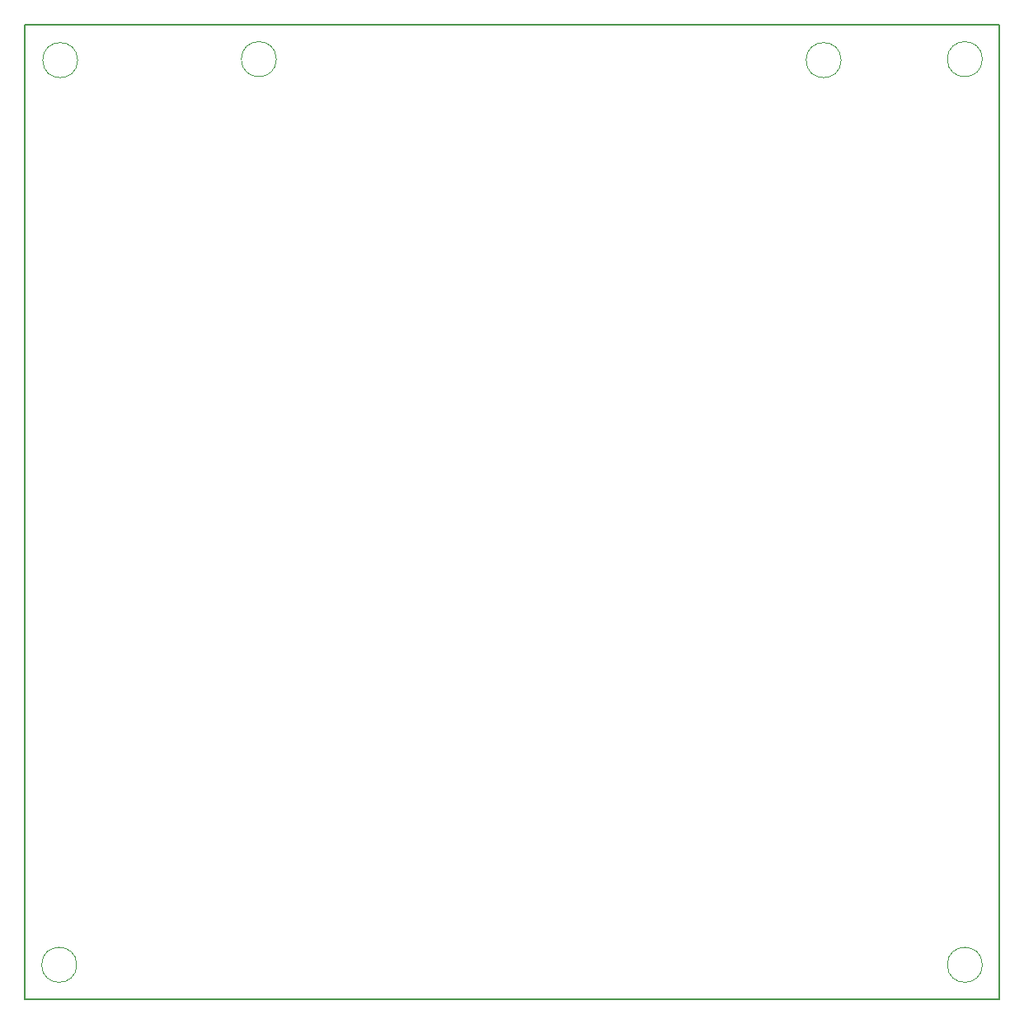
<source format=gm1>
G04 #@! TF.GenerationSoftware,KiCad,Pcbnew,8.0.5*
G04 #@! TF.CreationDate,2025-04-09T15:30:52+10:00*
G04 #@! TF.ProjectId,recurBOY,72656375-7242-44f5-992e-6b696361645f,v1_1_0*
G04 #@! TF.SameCoordinates,Original*
G04 #@! TF.FileFunction,Profile,NP*
%FSLAX46Y46*%
G04 Gerber Fmt 4.6, Leading zero omitted, Abs format (unit mm)*
G04 Created by KiCad (PCBNEW 8.0.5) date 2025-04-09 15:30:52*
%MOMM*%
%LPD*%
G01*
G04 APERTURE LIST*
G04 #@! TA.AperFunction,Profile*
%ADD10C,0.150000*%
G04 #@! TD*
G04 #@! TA.AperFunction,Profile*
%ADD11C,0.100000*%
G04 #@! TD*
G04 APERTURE END LIST*
D10*
X205000000Y-35000000D02*
X205000000Y-135000000D01*
D11*
X130800000Y-38500000D02*
G75*
G02*
X127200000Y-38500000I-1800000J0D01*
G01*
X127200000Y-38500000D02*
G75*
G02*
X130800000Y-38500000I1800000J0D01*
G01*
X188800000Y-38600000D02*
G75*
G02*
X185200000Y-38600000I-1800000J0D01*
G01*
X185200000Y-38600000D02*
G75*
G02*
X188800000Y-38600000I1800000J0D01*
G01*
X203300000Y-131500000D02*
G75*
G02*
X199700000Y-131500000I-1800000J0D01*
G01*
X199700000Y-131500000D02*
G75*
G02*
X203300000Y-131500000I1800000J0D01*
G01*
X110400000Y-38600000D02*
G75*
G02*
X106800000Y-38600000I-1800000J0D01*
G01*
X106800000Y-38600000D02*
G75*
G02*
X110400000Y-38600000I1800000J0D01*
G01*
X203300000Y-38500000D02*
G75*
G02*
X199700000Y-38500000I-1800000J0D01*
G01*
X199700000Y-38500000D02*
G75*
G02*
X203300000Y-38500000I1800000J0D01*
G01*
D10*
X105000000Y-135000000D02*
X105000000Y-35000000D01*
X105000000Y-35000000D02*
X205000000Y-35000000D01*
D11*
X110300000Y-131500000D02*
G75*
G02*
X106700000Y-131500000I-1800000J0D01*
G01*
X106700000Y-131500000D02*
G75*
G02*
X110300000Y-131500000I1800000J0D01*
G01*
D10*
X205000000Y-135000000D02*
X105000000Y-135000000D01*
M02*

</source>
